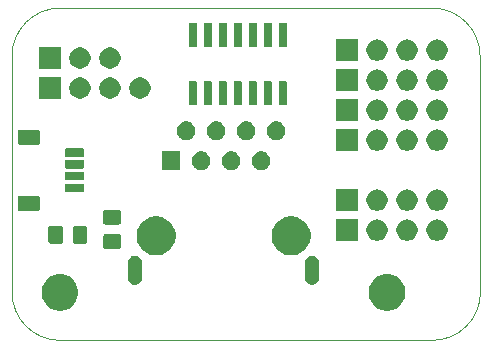
<source format=gbr>
G04 #@! TF.GenerationSoftware,KiCad,Pcbnew,(5.1.5)-3*
G04 #@! TF.CreationDate,2021-03-16T03:35:26-05:00*
G04 #@! TF.ProjectId,InputBoard,496e7075-7442-46f6-9172-642e6b696361,rev?*
G04 #@! TF.SameCoordinates,Original*
G04 #@! TF.FileFunction,Soldermask,Top*
G04 #@! TF.FilePolarity,Negative*
%FSLAX46Y46*%
G04 Gerber Fmt 4.6, Leading zero omitted, Abs format (unit mm)*
G04 Created by KiCad (PCBNEW (5.1.5)-3) date 2021-03-16 03:35:26*
%MOMM*%
%LPD*%
G04 APERTURE LIST*
%ADD10C,0.050000*%
%ADD11C,0.100000*%
G04 APERTURE END LIST*
D10*
X132588000Y-110680500D02*
X132588000Y-90678000D01*
X136652000Y-114744500D02*
G75*
G02X132588000Y-110680500I0J4064000D01*
G01*
X168153080Y-114744500D02*
X136652000Y-114744500D01*
X172217080Y-90678000D02*
X172250164Y-110670340D01*
X172250164Y-110670340D02*
G75*
G02X168153080Y-114744500I-4074224J0D01*
G01*
X168153080Y-86614000D02*
X136652000Y-86614000D01*
X132588000Y-90678000D02*
G75*
G02X136652000Y-86614000I4064000J0D01*
G01*
X168153080Y-86614000D02*
G75*
G02X172217080Y-90678000I0J-4064000D01*
G01*
D11*
G36*
X164640585Y-109156802D02*
G01*
X164790410Y-109186604D01*
X165072674Y-109303521D01*
X165326705Y-109473259D01*
X165542741Y-109689295D01*
X165712479Y-109943326D01*
X165829396Y-110225590D01*
X165889000Y-110525240D01*
X165889000Y-110830760D01*
X165829396Y-111130410D01*
X165712479Y-111412674D01*
X165542741Y-111666705D01*
X165326705Y-111882741D01*
X165072674Y-112052479D01*
X164790410Y-112169396D01*
X164640585Y-112199198D01*
X164490761Y-112229000D01*
X164185239Y-112229000D01*
X164035415Y-112199198D01*
X163885590Y-112169396D01*
X163603326Y-112052479D01*
X163349295Y-111882741D01*
X163133259Y-111666705D01*
X162963521Y-111412674D01*
X162846604Y-111130410D01*
X162787000Y-110830760D01*
X162787000Y-110525240D01*
X162846604Y-110225590D01*
X162963521Y-109943326D01*
X163133259Y-109689295D01*
X163349295Y-109473259D01*
X163603326Y-109303521D01*
X163885590Y-109186604D01*
X164035415Y-109156802D01*
X164185239Y-109127000D01*
X164490761Y-109127000D01*
X164640585Y-109156802D01*
G37*
G36*
X136940585Y-109156802D02*
G01*
X137090410Y-109186604D01*
X137372674Y-109303521D01*
X137626705Y-109473259D01*
X137842741Y-109689295D01*
X138012479Y-109943326D01*
X138129396Y-110225590D01*
X138189000Y-110525240D01*
X138189000Y-110830760D01*
X138129396Y-111130410D01*
X138012479Y-111412674D01*
X137842741Y-111666705D01*
X137626705Y-111882741D01*
X137372674Y-112052479D01*
X137090410Y-112169396D01*
X136940585Y-112199198D01*
X136790761Y-112229000D01*
X136485239Y-112229000D01*
X136335415Y-112199198D01*
X136185590Y-112169396D01*
X135903326Y-112052479D01*
X135649295Y-111882741D01*
X135433259Y-111666705D01*
X135263521Y-111412674D01*
X135146604Y-111130410D01*
X135087000Y-110830760D01*
X135087000Y-110525240D01*
X135146604Y-110225590D01*
X135263521Y-109943326D01*
X135433259Y-109689295D01*
X135649295Y-109473259D01*
X135903326Y-109303521D01*
X136185590Y-109186604D01*
X136335415Y-109156802D01*
X136485239Y-109127000D01*
X136790761Y-109127000D01*
X136940585Y-109156802D01*
G37*
G36*
X158109736Y-107573937D02*
G01*
X158226795Y-107609446D01*
X158276417Y-107635970D01*
X158334676Y-107667110D01*
X158429238Y-107744714D01*
X158506841Y-107839274D01*
X158537981Y-107897533D01*
X158564505Y-107947155D01*
X158600014Y-108064214D01*
X158609000Y-108155451D01*
X158609000Y-109438451D01*
X158600014Y-109529688D01*
X158564505Y-109646747D01*
X158564503Y-109646750D01*
X158506841Y-109754628D01*
X158429238Y-109849189D01*
X158334677Y-109926792D01*
X158303744Y-109943326D01*
X158226796Y-109984456D01*
X158109737Y-110019965D01*
X158028579Y-110027958D01*
X157988001Y-110031955D01*
X157988000Y-110031955D01*
X157866264Y-110019965D01*
X157749205Y-109984456D01*
X157672257Y-109943326D01*
X157641324Y-109926792D01*
X157546763Y-109849189D01*
X157469160Y-109754628D01*
X157411498Y-109646750D01*
X157411496Y-109646747D01*
X157375987Y-109529688D01*
X157367001Y-109438451D01*
X157367000Y-108155452D01*
X157375986Y-108064215D01*
X157411495Y-107947156D01*
X157469160Y-107839274D01*
X157469161Y-107839273D01*
X157546763Y-107744713D01*
X157641323Y-107667110D01*
X157699582Y-107635970D01*
X157749204Y-107609446D01*
X157866263Y-107573937D01*
X157947421Y-107565944D01*
X157987999Y-107561947D01*
X157988000Y-107561947D01*
X158109736Y-107573937D01*
G37*
G36*
X143111036Y-107573937D02*
G01*
X143228095Y-107609446D01*
X143277717Y-107635970D01*
X143335976Y-107667110D01*
X143430538Y-107744714D01*
X143508141Y-107839274D01*
X143539281Y-107897533D01*
X143565805Y-107947155D01*
X143601314Y-108064214D01*
X143610300Y-108155451D01*
X143610300Y-109438451D01*
X143601314Y-109529688D01*
X143565805Y-109646747D01*
X143565803Y-109646750D01*
X143508141Y-109754628D01*
X143430538Y-109849189D01*
X143335977Y-109926792D01*
X143305044Y-109943326D01*
X143228096Y-109984456D01*
X143111037Y-110019965D01*
X143029879Y-110027958D01*
X142989301Y-110031955D01*
X142989300Y-110031955D01*
X142867564Y-110019965D01*
X142750505Y-109984456D01*
X142673557Y-109943326D01*
X142642624Y-109926792D01*
X142548063Y-109849189D01*
X142470460Y-109754628D01*
X142412798Y-109646750D01*
X142412796Y-109646747D01*
X142377287Y-109529688D01*
X142368301Y-109438451D01*
X142368300Y-108155452D01*
X142377286Y-108064215D01*
X142412795Y-107947156D01*
X142470460Y-107839274D01*
X142470461Y-107839273D01*
X142548063Y-107744713D01*
X142642623Y-107667110D01*
X142700882Y-107635970D01*
X142750504Y-107609446D01*
X142867563Y-107573937D01*
X142948721Y-107565944D01*
X142989299Y-107561947D01*
X142989300Y-107561947D01*
X143111036Y-107573937D01*
G37*
G36*
X156585256Y-104286299D02*
G01*
X156691579Y-104307448D01*
X156992042Y-104431904D01*
X157262451Y-104612586D01*
X157492415Y-104842550D01*
X157673097Y-105112959D01*
X157735725Y-105264155D01*
X157797553Y-105413423D01*
X157861000Y-105732390D01*
X157861000Y-106057612D01*
X157830995Y-106208456D01*
X157797553Y-106376580D01*
X157673097Y-106677043D01*
X157492415Y-106947452D01*
X157262451Y-107177416D01*
X156992042Y-107358098D01*
X156691579Y-107482554D01*
X156585256Y-107503703D01*
X156372611Y-107546001D01*
X156047389Y-107546001D01*
X155834744Y-107503703D01*
X155728421Y-107482554D01*
X155427958Y-107358098D01*
X155157549Y-107177416D01*
X154927585Y-106947452D01*
X154746903Y-106677043D01*
X154622447Y-106376580D01*
X154589005Y-106208456D01*
X154559000Y-106057612D01*
X154559000Y-105732390D01*
X154622447Y-105413423D01*
X154684276Y-105264155D01*
X154746903Y-105112959D01*
X154927585Y-104842550D01*
X155157549Y-104612586D01*
X155427958Y-104431904D01*
X155728421Y-104307448D01*
X155834744Y-104286299D01*
X156047389Y-104244001D01*
X156372611Y-104244001D01*
X156585256Y-104286299D01*
G37*
G36*
X145155256Y-104286299D02*
G01*
X145261579Y-104307448D01*
X145562042Y-104431904D01*
X145832451Y-104612586D01*
X146062415Y-104842550D01*
X146243097Y-105112959D01*
X146305725Y-105264155D01*
X146367553Y-105413423D01*
X146431000Y-105732390D01*
X146431000Y-106057612D01*
X146400995Y-106208456D01*
X146367553Y-106376580D01*
X146243097Y-106677043D01*
X146062415Y-106947452D01*
X145832451Y-107177416D01*
X145562042Y-107358098D01*
X145261579Y-107482554D01*
X145155256Y-107503703D01*
X144942611Y-107546001D01*
X144617389Y-107546001D01*
X144404744Y-107503703D01*
X144298421Y-107482554D01*
X143997958Y-107358098D01*
X143727549Y-107177416D01*
X143497585Y-106947452D01*
X143316903Y-106677043D01*
X143192447Y-106376580D01*
X143159005Y-106208456D01*
X143129000Y-106057612D01*
X143129000Y-105732390D01*
X143192447Y-105413423D01*
X143254276Y-105264155D01*
X143316903Y-105112959D01*
X143497585Y-104842550D01*
X143727549Y-104612586D01*
X143997958Y-104431904D01*
X144298421Y-104307448D01*
X144404744Y-104286299D01*
X144617389Y-104244001D01*
X144942611Y-104244001D01*
X145155256Y-104286299D01*
G37*
G36*
X141645034Y-105749965D02*
G01*
X141682727Y-105761399D01*
X141717463Y-105779966D01*
X141747908Y-105804952D01*
X141772894Y-105835397D01*
X141791461Y-105870133D01*
X141802895Y-105907826D01*
X141807360Y-105953161D01*
X141807360Y-106789839D01*
X141802895Y-106835174D01*
X141791461Y-106872867D01*
X141772894Y-106907603D01*
X141747908Y-106938048D01*
X141717463Y-106963034D01*
X141682727Y-106981601D01*
X141645034Y-106993035D01*
X141599699Y-106997500D01*
X140513021Y-106997500D01*
X140467686Y-106993035D01*
X140429993Y-106981601D01*
X140395257Y-106963034D01*
X140364812Y-106938048D01*
X140339826Y-106907603D01*
X140321259Y-106872867D01*
X140309825Y-106835174D01*
X140305360Y-106789839D01*
X140305360Y-105953161D01*
X140309825Y-105907826D01*
X140321259Y-105870133D01*
X140339826Y-105835397D01*
X140364812Y-105804952D01*
X140395257Y-105779966D01*
X140429993Y-105761399D01*
X140467686Y-105749965D01*
X140513021Y-105745500D01*
X141599699Y-105745500D01*
X141645034Y-105749965D01*
G37*
G36*
X136748534Y-105049545D02*
G01*
X136786227Y-105060979D01*
X136820963Y-105079546D01*
X136851408Y-105104532D01*
X136876394Y-105134977D01*
X136894961Y-105169713D01*
X136906395Y-105207406D01*
X136910860Y-105252741D01*
X136910860Y-106339419D01*
X136906395Y-106384754D01*
X136894961Y-106422447D01*
X136876394Y-106457183D01*
X136851408Y-106487628D01*
X136820963Y-106512614D01*
X136786227Y-106531181D01*
X136748534Y-106542615D01*
X136703199Y-106547080D01*
X135866521Y-106547080D01*
X135821186Y-106542615D01*
X135783493Y-106531181D01*
X135748757Y-106512614D01*
X135718312Y-106487628D01*
X135693326Y-106457183D01*
X135674759Y-106422447D01*
X135663325Y-106384754D01*
X135658860Y-106339419D01*
X135658860Y-105252741D01*
X135663325Y-105207406D01*
X135674759Y-105169713D01*
X135693326Y-105134977D01*
X135718312Y-105104532D01*
X135748757Y-105079546D01*
X135783493Y-105060979D01*
X135821186Y-105049545D01*
X135866521Y-105045080D01*
X136703199Y-105045080D01*
X136748534Y-105049545D01*
G37*
G36*
X138798534Y-105049545D02*
G01*
X138836227Y-105060979D01*
X138870963Y-105079546D01*
X138901408Y-105104532D01*
X138926394Y-105134977D01*
X138944961Y-105169713D01*
X138956395Y-105207406D01*
X138960860Y-105252741D01*
X138960860Y-106339419D01*
X138956395Y-106384754D01*
X138944961Y-106422447D01*
X138926394Y-106457183D01*
X138901408Y-106487628D01*
X138870963Y-106512614D01*
X138836227Y-106531181D01*
X138798534Y-106542615D01*
X138753199Y-106547080D01*
X137916521Y-106547080D01*
X137871186Y-106542615D01*
X137833493Y-106531181D01*
X137798757Y-106512614D01*
X137768312Y-106487628D01*
X137743326Y-106457183D01*
X137724759Y-106422447D01*
X137713325Y-106384754D01*
X137708860Y-106339419D01*
X137708860Y-105252741D01*
X137713325Y-105207406D01*
X137724759Y-105169713D01*
X137743326Y-105134977D01*
X137768312Y-105104532D01*
X137798757Y-105079546D01*
X137833493Y-105060979D01*
X137871186Y-105049545D01*
X137916521Y-105045080D01*
X138753199Y-105045080D01*
X138798534Y-105049545D01*
G37*
G36*
X163603152Y-104513927D02*
G01*
X163752452Y-104543624D01*
X163916424Y-104611544D01*
X164063994Y-104710147D01*
X164189493Y-104835646D01*
X164288096Y-104983216D01*
X164356016Y-105147188D01*
X164390640Y-105321259D01*
X164390640Y-105498741D01*
X164356016Y-105672812D01*
X164288096Y-105836784D01*
X164189493Y-105984354D01*
X164063994Y-106109853D01*
X163916424Y-106208456D01*
X163752452Y-106276376D01*
X163603152Y-106306073D01*
X163578382Y-106311000D01*
X163400898Y-106311000D01*
X163376128Y-106306073D01*
X163226828Y-106276376D01*
X163062856Y-106208456D01*
X162915286Y-106109853D01*
X162789787Y-105984354D01*
X162691184Y-105836784D01*
X162623264Y-105672812D01*
X162588640Y-105498741D01*
X162588640Y-105321259D01*
X162623264Y-105147188D01*
X162691184Y-104983216D01*
X162789787Y-104835646D01*
X162915286Y-104710147D01*
X163062856Y-104611544D01*
X163226828Y-104543624D01*
X163376128Y-104513927D01*
X163400898Y-104509000D01*
X163578382Y-104509000D01*
X163603152Y-104513927D01*
G37*
G36*
X161850640Y-106311000D02*
G01*
X160048640Y-106311000D01*
X160048640Y-104509000D01*
X161850640Y-104509000D01*
X161850640Y-106311000D01*
G37*
G36*
X166143152Y-104513927D02*
G01*
X166292452Y-104543624D01*
X166456424Y-104611544D01*
X166603994Y-104710147D01*
X166729493Y-104835646D01*
X166828096Y-104983216D01*
X166896016Y-105147188D01*
X166930640Y-105321259D01*
X166930640Y-105498741D01*
X166896016Y-105672812D01*
X166828096Y-105836784D01*
X166729493Y-105984354D01*
X166603994Y-106109853D01*
X166456424Y-106208456D01*
X166292452Y-106276376D01*
X166143152Y-106306073D01*
X166118382Y-106311000D01*
X165940898Y-106311000D01*
X165916128Y-106306073D01*
X165766828Y-106276376D01*
X165602856Y-106208456D01*
X165455286Y-106109853D01*
X165329787Y-105984354D01*
X165231184Y-105836784D01*
X165163264Y-105672812D01*
X165128640Y-105498741D01*
X165128640Y-105321259D01*
X165163264Y-105147188D01*
X165231184Y-104983216D01*
X165329787Y-104835646D01*
X165455286Y-104710147D01*
X165602856Y-104611544D01*
X165766828Y-104543624D01*
X165916128Y-104513927D01*
X165940898Y-104509000D01*
X166118382Y-104509000D01*
X166143152Y-104513927D01*
G37*
G36*
X168683152Y-104513927D02*
G01*
X168832452Y-104543624D01*
X168996424Y-104611544D01*
X169143994Y-104710147D01*
X169269493Y-104835646D01*
X169368096Y-104983216D01*
X169436016Y-105147188D01*
X169470640Y-105321259D01*
X169470640Y-105498741D01*
X169436016Y-105672812D01*
X169368096Y-105836784D01*
X169269493Y-105984354D01*
X169143994Y-106109853D01*
X168996424Y-106208456D01*
X168832452Y-106276376D01*
X168683152Y-106306073D01*
X168658382Y-106311000D01*
X168480898Y-106311000D01*
X168456128Y-106306073D01*
X168306828Y-106276376D01*
X168142856Y-106208456D01*
X167995286Y-106109853D01*
X167869787Y-105984354D01*
X167771184Y-105836784D01*
X167703264Y-105672812D01*
X167668640Y-105498741D01*
X167668640Y-105321259D01*
X167703264Y-105147188D01*
X167771184Y-104983216D01*
X167869787Y-104835646D01*
X167995286Y-104710147D01*
X168142856Y-104611544D01*
X168306828Y-104543624D01*
X168456128Y-104513927D01*
X168480898Y-104509000D01*
X168658382Y-104509000D01*
X168683152Y-104513927D01*
G37*
G36*
X141645034Y-103699965D02*
G01*
X141682727Y-103711399D01*
X141717463Y-103729966D01*
X141747908Y-103754952D01*
X141772894Y-103785397D01*
X141791461Y-103820133D01*
X141802895Y-103857826D01*
X141807360Y-103903161D01*
X141807360Y-104739839D01*
X141802895Y-104785174D01*
X141791461Y-104822867D01*
X141772894Y-104857603D01*
X141747908Y-104888048D01*
X141717463Y-104913034D01*
X141682727Y-104931601D01*
X141645034Y-104943035D01*
X141599699Y-104947500D01*
X140513021Y-104947500D01*
X140467686Y-104943035D01*
X140429993Y-104931601D01*
X140395257Y-104913034D01*
X140364812Y-104888048D01*
X140339826Y-104857603D01*
X140321259Y-104822867D01*
X140309825Y-104785174D01*
X140305360Y-104739839D01*
X140305360Y-103903161D01*
X140309825Y-103857826D01*
X140321259Y-103820133D01*
X140339826Y-103785397D01*
X140364812Y-103754952D01*
X140395257Y-103729966D01*
X140429993Y-103711399D01*
X140467686Y-103699965D01*
X140513021Y-103695500D01*
X141599699Y-103695500D01*
X141645034Y-103699965D01*
G37*
G36*
X134798622Y-102496104D02*
G01*
X134835717Y-102507357D01*
X134869895Y-102525625D01*
X134899861Y-102550219D01*
X134924455Y-102580185D01*
X134942723Y-102614363D01*
X134953976Y-102651458D01*
X134958380Y-102696174D01*
X134958380Y-103589226D01*
X134953976Y-103633942D01*
X134942723Y-103671037D01*
X134924455Y-103705215D01*
X134899861Y-103735181D01*
X134869895Y-103759775D01*
X134835717Y-103778043D01*
X134798622Y-103789296D01*
X134753906Y-103793700D01*
X133260854Y-103793700D01*
X133216138Y-103789296D01*
X133179043Y-103778043D01*
X133144865Y-103759775D01*
X133114899Y-103735181D01*
X133090305Y-103705215D01*
X133072037Y-103671037D01*
X133060784Y-103633942D01*
X133056380Y-103589226D01*
X133056380Y-102696174D01*
X133060784Y-102651458D01*
X133072037Y-102614363D01*
X133090305Y-102580185D01*
X133114899Y-102550219D01*
X133144865Y-102525625D01*
X133179043Y-102507357D01*
X133216138Y-102496104D01*
X133260854Y-102491700D01*
X134753906Y-102491700D01*
X134798622Y-102496104D01*
G37*
G36*
X161850640Y-103771000D02*
G01*
X160048640Y-103771000D01*
X160048640Y-101969000D01*
X161850640Y-101969000D01*
X161850640Y-103771000D01*
G37*
G36*
X163603152Y-101973927D02*
G01*
X163752452Y-102003624D01*
X163916424Y-102071544D01*
X164063994Y-102170147D01*
X164189493Y-102295646D01*
X164288096Y-102443216D01*
X164356016Y-102607188D01*
X164390640Y-102781259D01*
X164390640Y-102958741D01*
X164356016Y-103132812D01*
X164288096Y-103296784D01*
X164189493Y-103444354D01*
X164063994Y-103569853D01*
X163916424Y-103668456D01*
X163752452Y-103736376D01*
X163603152Y-103766073D01*
X163578382Y-103771000D01*
X163400898Y-103771000D01*
X163376128Y-103766073D01*
X163226828Y-103736376D01*
X163062856Y-103668456D01*
X162915286Y-103569853D01*
X162789787Y-103444354D01*
X162691184Y-103296784D01*
X162623264Y-103132812D01*
X162588640Y-102958741D01*
X162588640Y-102781259D01*
X162623264Y-102607188D01*
X162691184Y-102443216D01*
X162789787Y-102295646D01*
X162915286Y-102170147D01*
X163062856Y-102071544D01*
X163226828Y-102003624D01*
X163376128Y-101973927D01*
X163400898Y-101969000D01*
X163578382Y-101969000D01*
X163603152Y-101973927D01*
G37*
G36*
X168683152Y-101973927D02*
G01*
X168832452Y-102003624D01*
X168996424Y-102071544D01*
X169143994Y-102170147D01*
X169269493Y-102295646D01*
X169368096Y-102443216D01*
X169436016Y-102607188D01*
X169470640Y-102781259D01*
X169470640Y-102958741D01*
X169436016Y-103132812D01*
X169368096Y-103296784D01*
X169269493Y-103444354D01*
X169143994Y-103569853D01*
X168996424Y-103668456D01*
X168832452Y-103736376D01*
X168683152Y-103766073D01*
X168658382Y-103771000D01*
X168480898Y-103771000D01*
X168456128Y-103766073D01*
X168306828Y-103736376D01*
X168142856Y-103668456D01*
X167995286Y-103569853D01*
X167869787Y-103444354D01*
X167771184Y-103296784D01*
X167703264Y-103132812D01*
X167668640Y-102958741D01*
X167668640Y-102781259D01*
X167703264Y-102607188D01*
X167771184Y-102443216D01*
X167869787Y-102295646D01*
X167995286Y-102170147D01*
X168142856Y-102071544D01*
X168306828Y-102003624D01*
X168456128Y-101973927D01*
X168480898Y-101969000D01*
X168658382Y-101969000D01*
X168683152Y-101973927D01*
G37*
G36*
X166143152Y-101973927D02*
G01*
X166292452Y-102003624D01*
X166456424Y-102071544D01*
X166603994Y-102170147D01*
X166729493Y-102295646D01*
X166828096Y-102443216D01*
X166896016Y-102607188D01*
X166930640Y-102781259D01*
X166930640Y-102958741D01*
X166896016Y-103132812D01*
X166828096Y-103296784D01*
X166729493Y-103444354D01*
X166603994Y-103569853D01*
X166456424Y-103668456D01*
X166292452Y-103736376D01*
X166143152Y-103766073D01*
X166118382Y-103771000D01*
X165940898Y-103771000D01*
X165916128Y-103766073D01*
X165766828Y-103736376D01*
X165602856Y-103668456D01*
X165455286Y-103569853D01*
X165329787Y-103444354D01*
X165231184Y-103296784D01*
X165163264Y-103132812D01*
X165128640Y-102958741D01*
X165128640Y-102781259D01*
X165163264Y-102607188D01*
X165231184Y-102443216D01*
X165329787Y-102295646D01*
X165455286Y-102170147D01*
X165602856Y-102071544D01*
X165766828Y-102003624D01*
X165916128Y-101973927D01*
X165940898Y-101969000D01*
X166118382Y-101969000D01*
X166143152Y-101973927D01*
G37*
G36*
X138617308Y-101494464D02*
G01*
X138638389Y-101500860D01*
X138657825Y-101511248D01*
X138674856Y-101525224D01*
X138688832Y-101542255D01*
X138699220Y-101561691D01*
X138705616Y-101582772D01*
X138708380Y-101610840D01*
X138708380Y-102074560D01*
X138705616Y-102102628D01*
X138699220Y-102123709D01*
X138688832Y-102143145D01*
X138674856Y-102160176D01*
X138657825Y-102174152D01*
X138638389Y-102184540D01*
X138617308Y-102190936D01*
X138589240Y-102193700D01*
X137175520Y-102193700D01*
X137147452Y-102190936D01*
X137126371Y-102184540D01*
X137106935Y-102174152D01*
X137089904Y-102160176D01*
X137075928Y-102143145D01*
X137065540Y-102123709D01*
X137059144Y-102102628D01*
X137056380Y-102074560D01*
X137056380Y-101610840D01*
X137059144Y-101582772D01*
X137065540Y-101561691D01*
X137075928Y-101542255D01*
X137089904Y-101525224D01*
X137106935Y-101511248D01*
X137126371Y-101500860D01*
X137147452Y-101494464D01*
X137175520Y-101491700D01*
X138589240Y-101491700D01*
X138617308Y-101494464D01*
G37*
G36*
X138617308Y-100494464D02*
G01*
X138638389Y-100500860D01*
X138657825Y-100511248D01*
X138674856Y-100525224D01*
X138688832Y-100542255D01*
X138699220Y-100561691D01*
X138705616Y-100582772D01*
X138708380Y-100610840D01*
X138708380Y-101074560D01*
X138705616Y-101102628D01*
X138699220Y-101123709D01*
X138688832Y-101143145D01*
X138674856Y-101160176D01*
X138657825Y-101174152D01*
X138638389Y-101184540D01*
X138617308Y-101190936D01*
X138589240Y-101193700D01*
X137175520Y-101193700D01*
X137147452Y-101190936D01*
X137126371Y-101184540D01*
X137106935Y-101174152D01*
X137089904Y-101160176D01*
X137075928Y-101143145D01*
X137065540Y-101123709D01*
X137059144Y-101102628D01*
X137056380Y-101074560D01*
X137056380Y-100610840D01*
X137059144Y-100582772D01*
X137065540Y-100561691D01*
X137075928Y-100542255D01*
X137089904Y-100525224D01*
X137106935Y-100511248D01*
X137126371Y-100500860D01*
X137147452Y-100494464D01*
X137175520Y-100491700D01*
X138589240Y-100491700D01*
X138617308Y-100494464D01*
G37*
G36*
X148823642Y-98774782D02*
G01*
X148969414Y-98835163D01*
X148969416Y-98835164D01*
X149100608Y-98922823D01*
X149212178Y-99034393D01*
X149284843Y-99143145D01*
X149299838Y-99165587D01*
X149360219Y-99311359D01*
X149391000Y-99466108D01*
X149391000Y-99623894D01*
X149360219Y-99778643D01*
X149299838Y-99924415D01*
X149299837Y-99924417D01*
X149212178Y-100055609D01*
X149100608Y-100167179D01*
X148969416Y-100254838D01*
X148969415Y-100254839D01*
X148969414Y-100254839D01*
X148823642Y-100315220D01*
X148668893Y-100346001D01*
X148511107Y-100346001D01*
X148356358Y-100315220D01*
X148210586Y-100254839D01*
X148210585Y-100254839D01*
X148210584Y-100254838D01*
X148079392Y-100167179D01*
X147967822Y-100055609D01*
X147880163Y-99924417D01*
X147880162Y-99924415D01*
X147819781Y-99778643D01*
X147789000Y-99623894D01*
X147789000Y-99466108D01*
X147819781Y-99311359D01*
X147880162Y-99165587D01*
X147895157Y-99143145D01*
X147967822Y-99034393D01*
X148079392Y-98922823D01*
X148210584Y-98835164D01*
X148210586Y-98835163D01*
X148356358Y-98774782D01*
X148511107Y-98744001D01*
X148668893Y-98744001D01*
X148823642Y-98774782D01*
G37*
G36*
X151363642Y-98774782D02*
G01*
X151509414Y-98835163D01*
X151509416Y-98835164D01*
X151640608Y-98922823D01*
X151752178Y-99034393D01*
X151824843Y-99143145D01*
X151839838Y-99165587D01*
X151900219Y-99311359D01*
X151931000Y-99466108D01*
X151931000Y-99623894D01*
X151900219Y-99778643D01*
X151839838Y-99924415D01*
X151839837Y-99924417D01*
X151752178Y-100055609D01*
X151640608Y-100167179D01*
X151509416Y-100254838D01*
X151509415Y-100254839D01*
X151509414Y-100254839D01*
X151363642Y-100315220D01*
X151208893Y-100346001D01*
X151051107Y-100346001D01*
X150896358Y-100315220D01*
X150750586Y-100254839D01*
X150750585Y-100254839D01*
X150750584Y-100254838D01*
X150619392Y-100167179D01*
X150507822Y-100055609D01*
X150420163Y-99924417D01*
X150420162Y-99924415D01*
X150359781Y-99778643D01*
X150329000Y-99623894D01*
X150329000Y-99466108D01*
X150359781Y-99311359D01*
X150420162Y-99165587D01*
X150435157Y-99143145D01*
X150507822Y-99034393D01*
X150619392Y-98922823D01*
X150750584Y-98835164D01*
X150750586Y-98835163D01*
X150896358Y-98774782D01*
X151051107Y-98744001D01*
X151208893Y-98744001D01*
X151363642Y-98774782D01*
G37*
G36*
X153903642Y-98774782D02*
G01*
X154049414Y-98835163D01*
X154049416Y-98835164D01*
X154180608Y-98922823D01*
X154292178Y-99034393D01*
X154364843Y-99143145D01*
X154379838Y-99165587D01*
X154440219Y-99311359D01*
X154471000Y-99466108D01*
X154471000Y-99623894D01*
X154440219Y-99778643D01*
X154379838Y-99924415D01*
X154379837Y-99924417D01*
X154292178Y-100055609D01*
X154180608Y-100167179D01*
X154049416Y-100254838D01*
X154049415Y-100254839D01*
X154049414Y-100254839D01*
X153903642Y-100315220D01*
X153748893Y-100346001D01*
X153591107Y-100346001D01*
X153436358Y-100315220D01*
X153290586Y-100254839D01*
X153290585Y-100254839D01*
X153290584Y-100254838D01*
X153159392Y-100167179D01*
X153047822Y-100055609D01*
X152960163Y-99924417D01*
X152960162Y-99924415D01*
X152899781Y-99778643D01*
X152869000Y-99623894D01*
X152869000Y-99466108D01*
X152899781Y-99311359D01*
X152960162Y-99165587D01*
X152975157Y-99143145D01*
X153047822Y-99034393D01*
X153159392Y-98922823D01*
X153290584Y-98835164D01*
X153290586Y-98835163D01*
X153436358Y-98774782D01*
X153591107Y-98744001D01*
X153748893Y-98744001D01*
X153903642Y-98774782D01*
G37*
G36*
X146851000Y-100346001D02*
G01*
X145249000Y-100346001D01*
X145249000Y-98744001D01*
X146851000Y-98744001D01*
X146851000Y-100346001D01*
G37*
G36*
X138617308Y-99494464D02*
G01*
X138638389Y-99500860D01*
X138657825Y-99511248D01*
X138674856Y-99525224D01*
X138688832Y-99542255D01*
X138699220Y-99561691D01*
X138705616Y-99582772D01*
X138708380Y-99610840D01*
X138708380Y-100074560D01*
X138705616Y-100102628D01*
X138699220Y-100123709D01*
X138688832Y-100143145D01*
X138674856Y-100160176D01*
X138657825Y-100174152D01*
X138638389Y-100184540D01*
X138617308Y-100190936D01*
X138589240Y-100193700D01*
X137175520Y-100193700D01*
X137147452Y-100190936D01*
X137126371Y-100184540D01*
X137106935Y-100174152D01*
X137089904Y-100160176D01*
X137075928Y-100143145D01*
X137065540Y-100123709D01*
X137059144Y-100102628D01*
X137056380Y-100074560D01*
X137056380Y-99610840D01*
X137059144Y-99582772D01*
X137065540Y-99561691D01*
X137075928Y-99542255D01*
X137089904Y-99525224D01*
X137106935Y-99511248D01*
X137126371Y-99500860D01*
X137147452Y-99494464D01*
X137175520Y-99491700D01*
X138589240Y-99491700D01*
X138617308Y-99494464D01*
G37*
G36*
X138617308Y-98494464D02*
G01*
X138638389Y-98500860D01*
X138657825Y-98511248D01*
X138674856Y-98525224D01*
X138688832Y-98542255D01*
X138699220Y-98561691D01*
X138705616Y-98582772D01*
X138708380Y-98610840D01*
X138708380Y-99074560D01*
X138705616Y-99102628D01*
X138699220Y-99123709D01*
X138688832Y-99143145D01*
X138674856Y-99160176D01*
X138657825Y-99174152D01*
X138638389Y-99184540D01*
X138617308Y-99190936D01*
X138589240Y-99193700D01*
X137175520Y-99193700D01*
X137147452Y-99190936D01*
X137126371Y-99184540D01*
X137106935Y-99174152D01*
X137089904Y-99160176D01*
X137075928Y-99143145D01*
X137065540Y-99123709D01*
X137059144Y-99102628D01*
X137056380Y-99074560D01*
X137056380Y-98610840D01*
X137059144Y-98582772D01*
X137065540Y-98561691D01*
X137075928Y-98542255D01*
X137089904Y-98525224D01*
X137106935Y-98511248D01*
X137126371Y-98500860D01*
X137147452Y-98494464D01*
X137175520Y-98491700D01*
X138589240Y-98491700D01*
X138617308Y-98494464D01*
G37*
G36*
X166143152Y-96893927D02*
G01*
X166292452Y-96923624D01*
X166456424Y-96991544D01*
X166603994Y-97090147D01*
X166729493Y-97215646D01*
X166828096Y-97363216D01*
X166896016Y-97527188D01*
X166930640Y-97701259D01*
X166930640Y-97878741D01*
X166896016Y-98052812D01*
X166828096Y-98216784D01*
X166729493Y-98364354D01*
X166603994Y-98489853D01*
X166456424Y-98588456D01*
X166292452Y-98656376D01*
X166143152Y-98686073D01*
X166118382Y-98691000D01*
X165940898Y-98691000D01*
X165916128Y-98686073D01*
X165766828Y-98656376D01*
X165602856Y-98588456D01*
X165455286Y-98489853D01*
X165329787Y-98364354D01*
X165231184Y-98216784D01*
X165163264Y-98052812D01*
X165128640Y-97878741D01*
X165128640Y-97701259D01*
X165163264Y-97527188D01*
X165231184Y-97363216D01*
X165329787Y-97215646D01*
X165455286Y-97090147D01*
X165602856Y-96991544D01*
X165766828Y-96923624D01*
X165916128Y-96893927D01*
X165940898Y-96889000D01*
X166118382Y-96889000D01*
X166143152Y-96893927D01*
G37*
G36*
X163603152Y-96893927D02*
G01*
X163752452Y-96923624D01*
X163916424Y-96991544D01*
X164063994Y-97090147D01*
X164189493Y-97215646D01*
X164288096Y-97363216D01*
X164356016Y-97527188D01*
X164390640Y-97701259D01*
X164390640Y-97878741D01*
X164356016Y-98052812D01*
X164288096Y-98216784D01*
X164189493Y-98364354D01*
X164063994Y-98489853D01*
X163916424Y-98588456D01*
X163752452Y-98656376D01*
X163603152Y-98686073D01*
X163578382Y-98691000D01*
X163400898Y-98691000D01*
X163376128Y-98686073D01*
X163226828Y-98656376D01*
X163062856Y-98588456D01*
X162915286Y-98489853D01*
X162789787Y-98364354D01*
X162691184Y-98216784D01*
X162623264Y-98052812D01*
X162588640Y-97878741D01*
X162588640Y-97701259D01*
X162623264Y-97527188D01*
X162691184Y-97363216D01*
X162789787Y-97215646D01*
X162915286Y-97090147D01*
X163062856Y-96991544D01*
X163226828Y-96923624D01*
X163376128Y-96893927D01*
X163400898Y-96889000D01*
X163578382Y-96889000D01*
X163603152Y-96893927D01*
G37*
G36*
X161850640Y-98691000D02*
G01*
X160048640Y-98691000D01*
X160048640Y-96889000D01*
X161850640Y-96889000D01*
X161850640Y-98691000D01*
G37*
G36*
X168683152Y-96893927D02*
G01*
X168832452Y-96923624D01*
X168996424Y-96991544D01*
X169143994Y-97090147D01*
X169269493Y-97215646D01*
X169368096Y-97363216D01*
X169436016Y-97527188D01*
X169470640Y-97701259D01*
X169470640Y-97878741D01*
X169436016Y-98052812D01*
X169368096Y-98216784D01*
X169269493Y-98364354D01*
X169143994Y-98489853D01*
X168996424Y-98588456D01*
X168832452Y-98656376D01*
X168683152Y-98686073D01*
X168658382Y-98691000D01*
X168480898Y-98691000D01*
X168456128Y-98686073D01*
X168306828Y-98656376D01*
X168142856Y-98588456D01*
X167995286Y-98489853D01*
X167869787Y-98364354D01*
X167771184Y-98216784D01*
X167703264Y-98052812D01*
X167668640Y-97878741D01*
X167668640Y-97701259D01*
X167703264Y-97527188D01*
X167771184Y-97363216D01*
X167869787Y-97215646D01*
X167995286Y-97090147D01*
X168142856Y-96991544D01*
X168306828Y-96923624D01*
X168456128Y-96893927D01*
X168480898Y-96889000D01*
X168658382Y-96889000D01*
X168683152Y-96893927D01*
G37*
G36*
X134798622Y-96896104D02*
G01*
X134835717Y-96907357D01*
X134869895Y-96925625D01*
X134899861Y-96950219D01*
X134924455Y-96980185D01*
X134942723Y-97014363D01*
X134953976Y-97051458D01*
X134958380Y-97096174D01*
X134958380Y-97989226D01*
X134953976Y-98033942D01*
X134942723Y-98071037D01*
X134924455Y-98105215D01*
X134899861Y-98135181D01*
X134869895Y-98159775D01*
X134835717Y-98178043D01*
X134798622Y-98189296D01*
X134753906Y-98193700D01*
X133260854Y-98193700D01*
X133216138Y-98189296D01*
X133179043Y-98178043D01*
X133144865Y-98159775D01*
X133114899Y-98135181D01*
X133090305Y-98105215D01*
X133072037Y-98071037D01*
X133060784Y-98033942D01*
X133056380Y-97989226D01*
X133056380Y-97096174D01*
X133060784Y-97051458D01*
X133072037Y-97014363D01*
X133090305Y-96980185D01*
X133114899Y-96950219D01*
X133144865Y-96925625D01*
X133179043Y-96907357D01*
X133216138Y-96896104D01*
X133260854Y-96891700D01*
X134753906Y-96891700D01*
X134798622Y-96896104D01*
G37*
G36*
X155173642Y-96234782D02*
G01*
X155319414Y-96295163D01*
X155319416Y-96295164D01*
X155450608Y-96382823D01*
X155562178Y-96494393D01*
X155649837Y-96625585D01*
X155649838Y-96625587D01*
X155710219Y-96771359D01*
X155741000Y-96926108D01*
X155741000Y-97083894D01*
X155710219Y-97238643D01*
X155658619Y-97363216D01*
X155649837Y-97384417D01*
X155562178Y-97515609D01*
X155450608Y-97627179D01*
X155319416Y-97714838D01*
X155319415Y-97714839D01*
X155319414Y-97714839D01*
X155173642Y-97775220D01*
X155018893Y-97806001D01*
X154861107Y-97806001D01*
X154706358Y-97775220D01*
X154560586Y-97714839D01*
X154560585Y-97714839D01*
X154560584Y-97714838D01*
X154429392Y-97627179D01*
X154317822Y-97515609D01*
X154230163Y-97384417D01*
X154221381Y-97363216D01*
X154169781Y-97238643D01*
X154139000Y-97083894D01*
X154139000Y-96926108D01*
X154169781Y-96771359D01*
X154230162Y-96625587D01*
X154230163Y-96625585D01*
X154317822Y-96494393D01*
X154429392Y-96382823D01*
X154560584Y-96295164D01*
X154560586Y-96295163D01*
X154706358Y-96234782D01*
X154861107Y-96204001D01*
X155018893Y-96204001D01*
X155173642Y-96234782D01*
G37*
G36*
X150093642Y-96234782D02*
G01*
X150239414Y-96295163D01*
X150239416Y-96295164D01*
X150370608Y-96382823D01*
X150482178Y-96494393D01*
X150569837Y-96625585D01*
X150569838Y-96625587D01*
X150630219Y-96771359D01*
X150661000Y-96926108D01*
X150661000Y-97083894D01*
X150630219Y-97238643D01*
X150578619Y-97363216D01*
X150569837Y-97384417D01*
X150482178Y-97515609D01*
X150370608Y-97627179D01*
X150239416Y-97714838D01*
X150239415Y-97714839D01*
X150239414Y-97714839D01*
X150093642Y-97775220D01*
X149938893Y-97806001D01*
X149781107Y-97806001D01*
X149626358Y-97775220D01*
X149480586Y-97714839D01*
X149480585Y-97714839D01*
X149480584Y-97714838D01*
X149349392Y-97627179D01*
X149237822Y-97515609D01*
X149150163Y-97384417D01*
X149141381Y-97363216D01*
X149089781Y-97238643D01*
X149059000Y-97083894D01*
X149059000Y-96926108D01*
X149089781Y-96771359D01*
X149150162Y-96625587D01*
X149150163Y-96625585D01*
X149237822Y-96494393D01*
X149349392Y-96382823D01*
X149480584Y-96295164D01*
X149480586Y-96295163D01*
X149626358Y-96234782D01*
X149781107Y-96204001D01*
X149938893Y-96204001D01*
X150093642Y-96234782D01*
G37*
G36*
X152633642Y-96234782D02*
G01*
X152779414Y-96295163D01*
X152779416Y-96295164D01*
X152910608Y-96382823D01*
X153022178Y-96494393D01*
X153109837Y-96625585D01*
X153109838Y-96625587D01*
X153170219Y-96771359D01*
X153201000Y-96926108D01*
X153201000Y-97083894D01*
X153170219Y-97238643D01*
X153118619Y-97363216D01*
X153109837Y-97384417D01*
X153022178Y-97515609D01*
X152910608Y-97627179D01*
X152779416Y-97714838D01*
X152779415Y-97714839D01*
X152779414Y-97714839D01*
X152633642Y-97775220D01*
X152478893Y-97806001D01*
X152321107Y-97806001D01*
X152166358Y-97775220D01*
X152020586Y-97714839D01*
X152020585Y-97714839D01*
X152020584Y-97714838D01*
X151889392Y-97627179D01*
X151777822Y-97515609D01*
X151690163Y-97384417D01*
X151681381Y-97363216D01*
X151629781Y-97238643D01*
X151599000Y-97083894D01*
X151599000Y-96926108D01*
X151629781Y-96771359D01*
X151690162Y-96625587D01*
X151690163Y-96625585D01*
X151777822Y-96494393D01*
X151889392Y-96382823D01*
X152020584Y-96295164D01*
X152020586Y-96295163D01*
X152166358Y-96234782D01*
X152321107Y-96204001D01*
X152478893Y-96204001D01*
X152633642Y-96234782D01*
G37*
G36*
X147553642Y-96234782D02*
G01*
X147699414Y-96295163D01*
X147699416Y-96295164D01*
X147830608Y-96382823D01*
X147942178Y-96494393D01*
X148029837Y-96625585D01*
X148029838Y-96625587D01*
X148090219Y-96771359D01*
X148121000Y-96926108D01*
X148121000Y-97083894D01*
X148090219Y-97238643D01*
X148038619Y-97363216D01*
X148029837Y-97384417D01*
X147942178Y-97515609D01*
X147830608Y-97627179D01*
X147699416Y-97714838D01*
X147699415Y-97714839D01*
X147699414Y-97714839D01*
X147553642Y-97775220D01*
X147398893Y-97806001D01*
X147241107Y-97806001D01*
X147086358Y-97775220D01*
X146940586Y-97714839D01*
X146940585Y-97714839D01*
X146940584Y-97714838D01*
X146809392Y-97627179D01*
X146697822Y-97515609D01*
X146610163Y-97384417D01*
X146601381Y-97363216D01*
X146549781Y-97238643D01*
X146519000Y-97083894D01*
X146519000Y-96926108D01*
X146549781Y-96771359D01*
X146610162Y-96625587D01*
X146610163Y-96625585D01*
X146697822Y-96494393D01*
X146809392Y-96382823D01*
X146940584Y-96295164D01*
X146940586Y-96295163D01*
X147086358Y-96234782D01*
X147241107Y-96204001D01*
X147398893Y-96204001D01*
X147553642Y-96234782D01*
G37*
G36*
X168683152Y-94353927D02*
G01*
X168832452Y-94383624D01*
X168996424Y-94451544D01*
X169143994Y-94550147D01*
X169269493Y-94675646D01*
X169368096Y-94823216D01*
X169436016Y-94987188D01*
X169470640Y-95161259D01*
X169470640Y-95338741D01*
X169436016Y-95512812D01*
X169368096Y-95676784D01*
X169269493Y-95824354D01*
X169143994Y-95949853D01*
X168996424Y-96048456D01*
X168832452Y-96116376D01*
X168683152Y-96146073D01*
X168658382Y-96151000D01*
X168480898Y-96151000D01*
X168456128Y-96146073D01*
X168306828Y-96116376D01*
X168142856Y-96048456D01*
X167995286Y-95949853D01*
X167869787Y-95824354D01*
X167771184Y-95676784D01*
X167703264Y-95512812D01*
X167668640Y-95338741D01*
X167668640Y-95161259D01*
X167703264Y-94987188D01*
X167771184Y-94823216D01*
X167869787Y-94675646D01*
X167995286Y-94550147D01*
X168142856Y-94451544D01*
X168306828Y-94383624D01*
X168456128Y-94353927D01*
X168480898Y-94349000D01*
X168658382Y-94349000D01*
X168683152Y-94353927D01*
G37*
G36*
X166143152Y-94353927D02*
G01*
X166292452Y-94383624D01*
X166456424Y-94451544D01*
X166603994Y-94550147D01*
X166729493Y-94675646D01*
X166828096Y-94823216D01*
X166896016Y-94987188D01*
X166930640Y-95161259D01*
X166930640Y-95338741D01*
X166896016Y-95512812D01*
X166828096Y-95676784D01*
X166729493Y-95824354D01*
X166603994Y-95949853D01*
X166456424Y-96048456D01*
X166292452Y-96116376D01*
X166143152Y-96146073D01*
X166118382Y-96151000D01*
X165940898Y-96151000D01*
X165916128Y-96146073D01*
X165766828Y-96116376D01*
X165602856Y-96048456D01*
X165455286Y-95949853D01*
X165329787Y-95824354D01*
X165231184Y-95676784D01*
X165163264Y-95512812D01*
X165128640Y-95338741D01*
X165128640Y-95161259D01*
X165163264Y-94987188D01*
X165231184Y-94823216D01*
X165329787Y-94675646D01*
X165455286Y-94550147D01*
X165602856Y-94451544D01*
X165766828Y-94383624D01*
X165916128Y-94353927D01*
X165940898Y-94349000D01*
X166118382Y-94349000D01*
X166143152Y-94353927D01*
G37*
G36*
X163603152Y-94353927D02*
G01*
X163752452Y-94383624D01*
X163916424Y-94451544D01*
X164063994Y-94550147D01*
X164189493Y-94675646D01*
X164288096Y-94823216D01*
X164356016Y-94987188D01*
X164390640Y-95161259D01*
X164390640Y-95338741D01*
X164356016Y-95512812D01*
X164288096Y-95676784D01*
X164189493Y-95824354D01*
X164063994Y-95949853D01*
X163916424Y-96048456D01*
X163752452Y-96116376D01*
X163603152Y-96146073D01*
X163578382Y-96151000D01*
X163400898Y-96151000D01*
X163376128Y-96146073D01*
X163226828Y-96116376D01*
X163062856Y-96048456D01*
X162915286Y-95949853D01*
X162789787Y-95824354D01*
X162691184Y-95676784D01*
X162623264Y-95512812D01*
X162588640Y-95338741D01*
X162588640Y-95161259D01*
X162623264Y-94987188D01*
X162691184Y-94823216D01*
X162789787Y-94675646D01*
X162915286Y-94550147D01*
X163062856Y-94451544D01*
X163226828Y-94383624D01*
X163376128Y-94353927D01*
X163400898Y-94349000D01*
X163578382Y-94349000D01*
X163603152Y-94353927D01*
G37*
G36*
X161850640Y-96151000D02*
G01*
X160048640Y-96151000D01*
X160048640Y-94349000D01*
X161850640Y-94349000D01*
X161850640Y-96151000D01*
G37*
G36*
X153239048Y-92807944D02*
G01*
X153260129Y-92814340D01*
X153279565Y-92824728D01*
X153296596Y-92838704D01*
X153310572Y-92855735D01*
X153320960Y-92875171D01*
X153327356Y-92896252D01*
X153330120Y-92924320D01*
X153330120Y-94738040D01*
X153327356Y-94766108D01*
X153320960Y-94787189D01*
X153310572Y-94806625D01*
X153296596Y-94823656D01*
X153279565Y-94837632D01*
X153260129Y-94848020D01*
X153239048Y-94854416D01*
X153210980Y-94857180D01*
X152747260Y-94857180D01*
X152719192Y-94854416D01*
X152698111Y-94848020D01*
X152678675Y-94837632D01*
X152661644Y-94823656D01*
X152647668Y-94806625D01*
X152637280Y-94787189D01*
X152630884Y-94766108D01*
X152628120Y-94738040D01*
X152628120Y-92924320D01*
X152630884Y-92896252D01*
X152637280Y-92875171D01*
X152647668Y-92855735D01*
X152661644Y-92838704D01*
X152678675Y-92824728D01*
X152698111Y-92814340D01*
X152719192Y-92807944D01*
X152747260Y-92805180D01*
X153210980Y-92805180D01*
X153239048Y-92807944D01*
G37*
G36*
X150699048Y-92807944D02*
G01*
X150720129Y-92814340D01*
X150739565Y-92824728D01*
X150756596Y-92838704D01*
X150770572Y-92855735D01*
X150780960Y-92875171D01*
X150787356Y-92896252D01*
X150790120Y-92924320D01*
X150790120Y-94738040D01*
X150787356Y-94766108D01*
X150780960Y-94787189D01*
X150770572Y-94806625D01*
X150756596Y-94823656D01*
X150739565Y-94837632D01*
X150720129Y-94848020D01*
X150699048Y-94854416D01*
X150670980Y-94857180D01*
X150207260Y-94857180D01*
X150179192Y-94854416D01*
X150158111Y-94848020D01*
X150138675Y-94837632D01*
X150121644Y-94823656D01*
X150107668Y-94806625D01*
X150097280Y-94787189D01*
X150090884Y-94766108D01*
X150088120Y-94738040D01*
X150088120Y-92924320D01*
X150090884Y-92896252D01*
X150097280Y-92875171D01*
X150107668Y-92855735D01*
X150121644Y-92838704D01*
X150138675Y-92824728D01*
X150158111Y-92814340D01*
X150179192Y-92807944D01*
X150207260Y-92805180D01*
X150670980Y-92805180D01*
X150699048Y-92807944D01*
G37*
G36*
X151969048Y-92807944D02*
G01*
X151990129Y-92814340D01*
X152009565Y-92824728D01*
X152026596Y-92838704D01*
X152040572Y-92855735D01*
X152050960Y-92875171D01*
X152057356Y-92896252D01*
X152060120Y-92924320D01*
X152060120Y-94738040D01*
X152057356Y-94766108D01*
X152050960Y-94787189D01*
X152040572Y-94806625D01*
X152026596Y-94823656D01*
X152009565Y-94837632D01*
X151990129Y-94848020D01*
X151969048Y-94854416D01*
X151940980Y-94857180D01*
X151477260Y-94857180D01*
X151449192Y-94854416D01*
X151428111Y-94848020D01*
X151408675Y-94837632D01*
X151391644Y-94823656D01*
X151377668Y-94806625D01*
X151367280Y-94787189D01*
X151360884Y-94766108D01*
X151358120Y-94738040D01*
X151358120Y-92924320D01*
X151360884Y-92896252D01*
X151367280Y-92875171D01*
X151377668Y-92855735D01*
X151391644Y-92838704D01*
X151408675Y-92824728D01*
X151428111Y-92814340D01*
X151449192Y-92807944D01*
X151477260Y-92805180D01*
X151940980Y-92805180D01*
X151969048Y-92807944D01*
G37*
G36*
X155779048Y-92807944D02*
G01*
X155800129Y-92814340D01*
X155819565Y-92824728D01*
X155836596Y-92838704D01*
X155850572Y-92855735D01*
X155860960Y-92875171D01*
X155867356Y-92896252D01*
X155870120Y-92924320D01*
X155870120Y-94738040D01*
X155867356Y-94766108D01*
X155860960Y-94787189D01*
X155850572Y-94806625D01*
X155836596Y-94823656D01*
X155819565Y-94837632D01*
X155800129Y-94848020D01*
X155779048Y-94854416D01*
X155750980Y-94857180D01*
X155287260Y-94857180D01*
X155259192Y-94854416D01*
X155238111Y-94848020D01*
X155218675Y-94837632D01*
X155201644Y-94823656D01*
X155187668Y-94806625D01*
X155177280Y-94787189D01*
X155170884Y-94766108D01*
X155168120Y-94738040D01*
X155168120Y-92924320D01*
X155170884Y-92896252D01*
X155177280Y-92875171D01*
X155187668Y-92855735D01*
X155201644Y-92838704D01*
X155218675Y-92824728D01*
X155238111Y-92814340D01*
X155259192Y-92807944D01*
X155287260Y-92805180D01*
X155750980Y-92805180D01*
X155779048Y-92807944D01*
G37*
G36*
X148159048Y-92807944D02*
G01*
X148180129Y-92814340D01*
X148199565Y-92824728D01*
X148216596Y-92838704D01*
X148230572Y-92855735D01*
X148240960Y-92875171D01*
X148247356Y-92896252D01*
X148250120Y-92924320D01*
X148250120Y-94738040D01*
X148247356Y-94766108D01*
X148240960Y-94787189D01*
X148230572Y-94806625D01*
X148216596Y-94823656D01*
X148199565Y-94837632D01*
X148180129Y-94848020D01*
X148159048Y-94854416D01*
X148130980Y-94857180D01*
X147667260Y-94857180D01*
X147639192Y-94854416D01*
X147618111Y-94848020D01*
X147598675Y-94837632D01*
X147581644Y-94823656D01*
X147567668Y-94806625D01*
X147557280Y-94787189D01*
X147550884Y-94766108D01*
X147548120Y-94738040D01*
X147548120Y-92924320D01*
X147550884Y-92896252D01*
X147557280Y-92875171D01*
X147567668Y-92855735D01*
X147581644Y-92838704D01*
X147598675Y-92824728D01*
X147618111Y-92814340D01*
X147639192Y-92807944D01*
X147667260Y-92805180D01*
X148130980Y-92805180D01*
X148159048Y-92807944D01*
G37*
G36*
X154509048Y-92807944D02*
G01*
X154530129Y-92814340D01*
X154549565Y-92824728D01*
X154566596Y-92838704D01*
X154580572Y-92855735D01*
X154590960Y-92875171D01*
X154597356Y-92896252D01*
X154600120Y-92924320D01*
X154600120Y-94738040D01*
X154597356Y-94766108D01*
X154590960Y-94787189D01*
X154580572Y-94806625D01*
X154566596Y-94823656D01*
X154549565Y-94837632D01*
X154530129Y-94848020D01*
X154509048Y-94854416D01*
X154480980Y-94857180D01*
X154017260Y-94857180D01*
X153989192Y-94854416D01*
X153968111Y-94848020D01*
X153948675Y-94837632D01*
X153931644Y-94823656D01*
X153917668Y-94806625D01*
X153907280Y-94787189D01*
X153900884Y-94766108D01*
X153898120Y-94738040D01*
X153898120Y-92924320D01*
X153900884Y-92896252D01*
X153907280Y-92875171D01*
X153917668Y-92855735D01*
X153931644Y-92838704D01*
X153948675Y-92824728D01*
X153968111Y-92814340D01*
X153989192Y-92807944D01*
X154017260Y-92805180D01*
X154480980Y-92805180D01*
X154509048Y-92807944D01*
G37*
G36*
X149429048Y-92807944D02*
G01*
X149450129Y-92814340D01*
X149469565Y-92824728D01*
X149486596Y-92838704D01*
X149500572Y-92855735D01*
X149510960Y-92875171D01*
X149517356Y-92896252D01*
X149520120Y-92924320D01*
X149520120Y-94738040D01*
X149517356Y-94766108D01*
X149510960Y-94787189D01*
X149500572Y-94806625D01*
X149486596Y-94823656D01*
X149469565Y-94837632D01*
X149450129Y-94848020D01*
X149429048Y-94854416D01*
X149400980Y-94857180D01*
X148937260Y-94857180D01*
X148909192Y-94854416D01*
X148888111Y-94848020D01*
X148868675Y-94837632D01*
X148851644Y-94823656D01*
X148837668Y-94806625D01*
X148827280Y-94787189D01*
X148820884Y-94766108D01*
X148818120Y-94738040D01*
X148818120Y-92924320D01*
X148820884Y-92896252D01*
X148827280Y-92875171D01*
X148837668Y-92855735D01*
X148851644Y-92838704D01*
X148868675Y-92824728D01*
X148888111Y-92814340D01*
X148909192Y-92807944D01*
X148937260Y-92805180D01*
X149400980Y-92805180D01*
X149429048Y-92807944D01*
G37*
G36*
X136691940Y-94281560D02*
G01*
X134889940Y-94281560D01*
X134889940Y-92479560D01*
X136691940Y-92479560D01*
X136691940Y-94281560D01*
G37*
G36*
X143524452Y-92484487D02*
G01*
X143673752Y-92514184D01*
X143837724Y-92582104D01*
X143985294Y-92680707D01*
X144110793Y-92806206D01*
X144209396Y-92953776D01*
X144277316Y-93117748D01*
X144311940Y-93291819D01*
X144311940Y-93469301D01*
X144277316Y-93643372D01*
X144209396Y-93807344D01*
X144110793Y-93954914D01*
X143985294Y-94080413D01*
X143837724Y-94179016D01*
X143673752Y-94246936D01*
X143524452Y-94276633D01*
X143499682Y-94281560D01*
X143322198Y-94281560D01*
X143297428Y-94276633D01*
X143148128Y-94246936D01*
X142984156Y-94179016D01*
X142836586Y-94080413D01*
X142711087Y-93954914D01*
X142612484Y-93807344D01*
X142544564Y-93643372D01*
X142509940Y-93469301D01*
X142509940Y-93291819D01*
X142544564Y-93117748D01*
X142612484Y-92953776D01*
X142711087Y-92806206D01*
X142836586Y-92680707D01*
X142984156Y-92582104D01*
X143148128Y-92514184D01*
X143297428Y-92484487D01*
X143322198Y-92479560D01*
X143499682Y-92479560D01*
X143524452Y-92484487D01*
G37*
G36*
X140984452Y-92484487D02*
G01*
X141133752Y-92514184D01*
X141297724Y-92582104D01*
X141445294Y-92680707D01*
X141570793Y-92806206D01*
X141669396Y-92953776D01*
X141737316Y-93117748D01*
X141771940Y-93291819D01*
X141771940Y-93469301D01*
X141737316Y-93643372D01*
X141669396Y-93807344D01*
X141570793Y-93954914D01*
X141445294Y-94080413D01*
X141297724Y-94179016D01*
X141133752Y-94246936D01*
X140984452Y-94276633D01*
X140959682Y-94281560D01*
X140782198Y-94281560D01*
X140757428Y-94276633D01*
X140608128Y-94246936D01*
X140444156Y-94179016D01*
X140296586Y-94080413D01*
X140171087Y-93954914D01*
X140072484Y-93807344D01*
X140004564Y-93643372D01*
X139969940Y-93469301D01*
X139969940Y-93291819D01*
X140004564Y-93117748D01*
X140072484Y-92953776D01*
X140171087Y-92806206D01*
X140296586Y-92680707D01*
X140444156Y-92582104D01*
X140608128Y-92514184D01*
X140757428Y-92484487D01*
X140782198Y-92479560D01*
X140959682Y-92479560D01*
X140984452Y-92484487D01*
G37*
G36*
X138444452Y-92484487D02*
G01*
X138593752Y-92514184D01*
X138757724Y-92582104D01*
X138905294Y-92680707D01*
X139030793Y-92806206D01*
X139129396Y-92953776D01*
X139197316Y-93117748D01*
X139231940Y-93291819D01*
X139231940Y-93469301D01*
X139197316Y-93643372D01*
X139129396Y-93807344D01*
X139030793Y-93954914D01*
X138905294Y-94080413D01*
X138757724Y-94179016D01*
X138593752Y-94246936D01*
X138444452Y-94276633D01*
X138419682Y-94281560D01*
X138242198Y-94281560D01*
X138217428Y-94276633D01*
X138068128Y-94246936D01*
X137904156Y-94179016D01*
X137756586Y-94080413D01*
X137631087Y-93954914D01*
X137532484Y-93807344D01*
X137464564Y-93643372D01*
X137429940Y-93469301D01*
X137429940Y-93291819D01*
X137464564Y-93117748D01*
X137532484Y-92953776D01*
X137631087Y-92806206D01*
X137756586Y-92680707D01*
X137904156Y-92582104D01*
X138068128Y-92514184D01*
X138217428Y-92484487D01*
X138242198Y-92479560D01*
X138419682Y-92479560D01*
X138444452Y-92484487D01*
G37*
G36*
X168683152Y-91813927D02*
G01*
X168832452Y-91843624D01*
X168996424Y-91911544D01*
X169143994Y-92010147D01*
X169269493Y-92135646D01*
X169368096Y-92283216D01*
X169436016Y-92447188D01*
X169449342Y-92514185D01*
X169470640Y-92621258D01*
X169470640Y-92798742D01*
X169468689Y-92808552D01*
X169436016Y-92972812D01*
X169368096Y-93136784D01*
X169269493Y-93284354D01*
X169143994Y-93409853D01*
X168996424Y-93508456D01*
X168832452Y-93576376D01*
X168683152Y-93606073D01*
X168658382Y-93611000D01*
X168480898Y-93611000D01*
X168456128Y-93606073D01*
X168306828Y-93576376D01*
X168142856Y-93508456D01*
X167995286Y-93409853D01*
X167869787Y-93284354D01*
X167771184Y-93136784D01*
X167703264Y-92972812D01*
X167670591Y-92808552D01*
X167668640Y-92798742D01*
X167668640Y-92621258D01*
X167689938Y-92514185D01*
X167703264Y-92447188D01*
X167771184Y-92283216D01*
X167869787Y-92135646D01*
X167995286Y-92010147D01*
X168142856Y-91911544D01*
X168306828Y-91843624D01*
X168456128Y-91813927D01*
X168480898Y-91809000D01*
X168658382Y-91809000D01*
X168683152Y-91813927D01*
G37*
G36*
X161850640Y-93611000D02*
G01*
X160048640Y-93611000D01*
X160048640Y-91809000D01*
X161850640Y-91809000D01*
X161850640Y-93611000D01*
G37*
G36*
X163603152Y-91813927D02*
G01*
X163752452Y-91843624D01*
X163916424Y-91911544D01*
X164063994Y-92010147D01*
X164189493Y-92135646D01*
X164288096Y-92283216D01*
X164356016Y-92447188D01*
X164369342Y-92514185D01*
X164390640Y-92621258D01*
X164390640Y-92798742D01*
X164388689Y-92808552D01*
X164356016Y-92972812D01*
X164288096Y-93136784D01*
X164189493Y-93284354D01*
X164063994Y-93409853D01*
X163916424Y-93508456D01*
X163752452Y-93576376D01*
X163603152Y-93606073D01*
X163578382Y-93611000D01*
X163400898Y-93611000D01*
X163376128Y-93606073D01*
X163226828Y-93576376D01*
X163062856Y-93508456D01*
X162915286Y-93409853D01*
X162789787Y-93284354D01*
X162691184Y-93136784D01*
X162623264Y-92972812D01*
X162590591Y-92808552D01*
X162588640Y-92798742D01*
X162588640Y-92621258D01*
X162609938Y-92514185D01*
X162623264Y-92447188D01*
X162691184Y-92283216D01*
X162789787Y-92135646D01*
X162915286Y-92010147D01*
X163062856Y-91911544D01*
X163226828Y-91843624D01*
X163376128Y-91813927D01*
X163400898Y-91809000D01*
X163578382Y-91809000D01*
X163603152Y-91813927D01*
G37*
G36*
X166143152Y-91813927D02*
G01*
X166292452Y-91843624D01*
X166456424Y-91911544D01*
X166603994Y-92010147D01*
X166729493Y-92135646D01*
X166828096Y-92283216D01*
X166896016Y-92447188D01*
X166909342Y-92514185D01*
X166930640Y-92621258D01*
X166930640Y-92798742D01*
X166928689Y-92808552D01*
X166896016Y-92972812D01*
X166828096Y-93136784D01*
X166729493Y-93284354D01*
X166603994Y-93409853D01*
X166456424Y-93508456D01*
X166292452Y-93576376D01*
X166143152Y-93606073D01*
X166118382Y-93611000D01*
X165940898Y-93611000D01*
X165916128Y-93606073D01*
X165766828Y-93576376D01*
X165602856Y-93508456D01*
X165455286Y-93409853D01*
X165329787Y-93284354D01*
X165231184Y-93136784D01*
X165163264Y-92972812D01*
X165130591Y-92808552D01*
X165128640Y-92798742D01*
X165128640Y-92621258D01*
X165149938Y-92514185D01*
X165163264Y-92447188D01*
X165231184Y-92283216D01*
X165329787Y-92135646D01*
X165455286Y-92010147D01*
X165602856Y-91911544D01*
X165766828Y-91843624D01*
X165916128Y-91813927D01*
X165940898Y-91809000D01*
X166118382Y-91809000D01*
X166143152Y-91813927D01*
G37*
G36*
X140984452Y-89944487D02*
G01*
X141133752Y-89974184D01*
X141297724Y-90042104D01*
X141445294Y-90140707D01*
X141570793Y-90266206D01*
X141669396Y-90413776D01*
X141737316Y-90577748D01*
X141771940Y-90751819D01*
X141771940Y-90929301D01*
X141737316Y-91103372D01*
X141669396Y-91267344D01*
X141570793Y-91414914D01*
X141445294Y-91540413D01*
X141297724Y-91639016D01*
X141133752Y-91706936D01*
X140984452Y-91736633D01*
X140959682Y-91741560D01*
X140782198Y-91741560D01*
X140757428Y-91736633D01*
X140608128Y-91706936D01*
X140444156Y-91639016D01*
X140296586Y-91540413D01*
X140171087Y-91414914D01*
X140072484Y-91267344D01*
X140004564Y-91103372D01*
X139969940Y-90929301D01*
X139969940Y-90751819D01*
X140004564Y-90577748D01*
X140072484Y-90413776D01*
X140171087Y-90266206D01*
X140296586Y-90140707D01*
X140444156Y-90042104D01*
X140608128Y-89974184D01*
X140757428Y-89944487D01*
X140782198Y-89939560D01*
X140959682Y-89939560D01*
X140984452Y-89944487D01*
G37*
G36*
X138444452Y-89944487D02*
G01*
X138593752Y-89974184D01*
X138757724Y-90042104D01*
X138905294Y-90140707D01*
X139030793Y-90266206D01*
X139129396Y-90413776D01*
X139197316Y-90577748D01*
X139231940Y-90751819D01*
X139231940Y-90929301D01*
X139197316Y-91103372D01*
X139129396Y-91267344D01*
X139030793Y-91414914D01*
X138905294Y-91540413D01*
X138757724Y-91639016D01*
X138593752Y-91706936D01*
X138444452Y-91736633D01*
X138419682Y-91741560D01*
X138242198Y-91741560D01*
X138217428Y-91736633D01*
X138068128Y-91706936D01*
X137904156Y-91639016D01*
X137756586Y-91540413D01*
X137631087Y-91414914D01*
X137532484Y-91267344D01*
X137464564Y-91103372D01*
X137429940Y-90929301D01*
X137429940Y-90751819D01*
X137464564Y-90577748D01*
X137532484Y-90413776D01*
X137631087Y-90266206D01*
X137756586Y-90140707D01*
X137904156Y-90042104D01*
X138068128Y-89974184D01*
X138217428Y-89944487D01*
X138242198Y-89939560D01*
X138419682Y-89939560D01*
X138444452Y-89944487D01*
G37*
G36*
X136691940Y-91741560D02*
G01*
X134889940Y-91741560D01*
X134889940Y-89939560D01*
X136691940Y-89939560D01*
X136691940Y-91741560D01*
G37*
G36*
X168683152Y-89273927D02*
G01*
X168832452Y-89303624D01*
X168996424Y-89371544D01*
X169143994Y-89470147D01*
X169269493Y-89595646D01*
X169368096Y-89743216D01*
X169436016Y-89907188D01*
X169470640Y-90081259D01*
X169470640Y-90258741D01*
X169436016Y-90432812D01*
X169368096Y-90596784D01*
X169269493Y-90744354D01*
X169143994Y-90869853D01*
X168996424Y-90968456D01*
X168832452Y-91036376D01*
X168683152Y-91066073D01*
X168658382Y-91071000D01*
X168480898Y-91071000D01*
X168456128Y-91066073D01*
X168306828Y-91036376D01*
X168142856Y-90968456D01*
X167995286Y-90869853D01*
X167869787Y-90744354D01*
X167771184Y-90596784D01*
X167703264Y-90432812D01*
X167668640Y-90258741D01*
X167668640Y-90081259D01*
X167703264Y-89907188D01*
X167771184Y-89743216D01*
X167869787Y-89595646D01*
X167995286Y-89470147D01*
X168142856Y-89371544D01*
X168306828Y-89303624D01*
X168456128Y-89273927D01*
X168480898Y-89269000D01*
X168658382Y-89269000D01*
X168683152Y-89273927D01*
G37*
G36*
X166143152Y-89273927D02*
G01*
X166292452Y-89303624D01*
X166456424Y-89371544D01*
X166603994Y-89470147D01*
X166729493Y-89595646D01*
X166828096Y-89743216D01*
X166896016Y-89907188D01*
X166930640Y-90081259D01*
X166930640Y-90258741D01*
X166896016Y-90432812D01*
X166828096Y-90596784D01*
X166729493Y-90744354D01*
X166603994Y-90869853D01*
X166456424Y-90968456D01*
X166292452Y-91036376D01*
X166143152Y-91066073D01*
X166118382Y-91071000D01*
X165940898Y-91071000D01*
X165916128Y-91066073D01*
X165766828Y-91036376D01*
X165602856Y-90968456D01*
X165455286Y-90869853D01*
X165329787Y-90744354D01*
X165231184Y-90596784D01*
X165163264Y-90432812D01*
X165128640Y-90258741D01*
X165128640Y-90081259D01*
X165163264Y-89907188D01*
X165231184Y-89743216D01*
X165329787Y-89595646D01*
X165455286Y-89470147D01*
X165602856Y-89371544D01*
X165766828Y-89303624D01*
X165916128Y-89273927D01*
X165940898Y-89269000D01*
X166118382Y-89269000D01*
X166143152Y-89273927D01*
G37*
G36*
X163603152Y-89273927D02*
G01*
X163752452Y-89303624D01*
X163916424Y-89371544D01*
X164063994Y-89470147D01*
X164189493Y-89595646D01*
X164288096Y-89743216D01*
X164356016Y-89907188D01*
X164390640Y-90081259D01*
X164390640Y-90258741D01*
X164356016Y-90432812D01*
X164288096Y-90596784D01*
X164189493Y-90744354D01*
X164063994Y-90869853D01*
X163916424Y-90968456D01*
X163752452Y-91036376D01*
X163603152Y-91066073D01*
X163578382Y-91071000D01*
X163400898Y-91071000D01*
X163376128Y-91066073D01*
X163226828Y-91036376D01*
X163062856Y-90968456D01*
X162915286Y-90869853D01*
X162789787Y-90744354D01*
X162691184Y-90596784D01*
X162623264Y-90432812D01*
X162588640Y-90258741D01*
X162588640Y-90081259D01*
X162623264Y-89907188D01*
X162691184Y-89743216D01*
X162789787Y-89595646D01*
X162915286Y-89470147D01*
X163062856Y-89371544D01*
X163226828Y-89303624D01*
X163376128Y-89273927D01*
X163400898Y-89269000D01*
X163578382Y-89269000D01*
X163603152Y-89273927D01*
G37*
G36*
X161850640Y-91071000D02*
G01*
X160048640Y-91071000D01*
X160048640Y-89269000D01*
X161850640Y-89269000D01*
X161850640Y-91071000D01*
G37*
G36*
X149429048Y-87857944D02*
G01*
X149450129Y-87864340D01*
X149469565Y-87874728D01*
X149486596Y-87888704D01*
X149500572Y-87905735D01*
X149510960Y-87925171D01*
X149517356Y-87946252D01*
X149520120Y-87974320D01*
X149520120Y-89788040D01*
X149517356Y-89816108D01*
X149510960Y-89837189D01*
X149500572Y-89856625D01*
X149486596Y-89873656D01*
X149469565Y-89887632D01*
X149450129Y-89898020D01*
X149429048Y-89904416D01*
X149400980Y-89907180D01*
X148937260Y-89907180D01*
X148909192Y-89904416D01*
X148888111Y-89898020D01*
X148868675Y-89887632D01*
X148851644Y-89873656D01*
X148837668Y-89856625D01*
X148827280Y-89837189D01*
X148820884Y-89816108D01*
X148818120Y-89788040D01*
X148818120Y-87974320D01*
X148820884Y-87946252D01*
X148827280Y-87925171D01*
X148837668Y-87905735D01*
X148851644Y-87888704D01*
X148868675Y-87874728D01*
X148888111Y-87864340D01*
X148909192Y-87857944D01*
X148937260Y-87855180D01*
X149400980Y-87855180D01*
X149429048Y-87857944D01*
G37*
G36*
X155779048Y-87857944D02*
G01*
X155800129Y-87864340D01*
X155819565Y-87874728D01*
X155836596Y-87888704D01*
X155850572Y-87905735D01*
X155860960Y-87925171D01*
X155867356Y-87946252D01*
X155870120Y-87974320D01*
X155870120Y-89788040D01*
X155867356Y-89816108D01*
X155860960Y-89837189D01*
X155850572Y-89856625D01*
X155836596Y-89873656D01*
X155819565Y-89887632D01*
X155800129Y-89898020D01*
X155779048Y-89904416D01*
X155750980Y-89907180D01*
X155287260Y-89907180D01*
X155259192Y-89904416D01*
X155238111Y-89898020D01*
X155218675Y-89887632D01*
X155201644Y-89873656D01*
X155187668Y-89856625D01*
X155177280Y-89837189D01*
X155170884Y-89816108D01*
X155168120Y-89788040D01*
X155168120Y-87974320D01*
X155170884Y-87946252D01*
X155177280Y-87925171D01*
X155187668Y-87905735D01*
X155201644Y-87888704D01*
X155218675Y-87874728D01*
X155238111Y-87864340D01*
X155259192Y-87857944D01*
X155287260Y-87855180D01*
X155750980Y-87855180D01*
X155779048Y-87857944D01*
G37*
G36*
X154509048Y-87857944D02*
G01*
X154530129Y-87864340D01*
X154549565Y-87874728D01*
X154566596Y-87888704D01*
X154580572Y-87905735D01*
X154590960Y-87925171D01*
X154597356Y-87946252D01*
X154600120Y-87974320D01*
X154600120Y-89788040D01*
X154597356Y-89816108D01*
X154590960Y-89837189D01*
X154580572Y-89856625D01*
X154566596Y-89873656D01*
X154549565Y-89887632D01*
X154530129Y-89898020D01*
X154509048Y-89904416D01*
X154480980Y-89907180D01*
X154017260Y-89907180D01*
X153989192Y-89904416D01*
X153968111Y-89898020D01*
X153948675Y-89887632D01*
X153931644Y-89873656D01*
X153917668Y-89856625D01*
X153907280Y-89837189D01*
X153900884Y-89816108D01*
X153898120Y-89788040D01*
X153898120Y-87974320D01*
X153900884Y-87946252D01*
X153907280Y-87925171D01*
X153917668Y-87905735D01*
X153931644Y-87888704D01*
X153948675Y-87874728D01*
X153968111Y-87864340D01*
X153989192Y-87857944D01*
X154017260Y-87855180D01*
X154480980Y-87855180D01*
X154509048Y-87857944D01*
G37*
G36*
X153239048Y-87857944D02*
G01*
X153260129Y-87864340D01*
X153279565Y-87874728D01*
X153296596Y-87888704D01*
X153310572Y-87905735D01*
X153320960Y-87925171D01*
X153327356Y-87946252D01*
X153330120Y-87974320D01*
X153330120Y-89788040D01*
X153327356Y-89816108D01*
X153320960Y-89837189D01*
X153310572Y-89856625D01*
X153296596Y-89873656D01*
X153279565Y-89887632D01*
X153260129Y-89898020D01*
X153239048Y-89904416D01*
X153210980Y-89907180D01*
X152747260Y-89907180D01*
X152719192Y-89904416D01*
X152698111Y-89898020D01*
X152678675Y-89887632D01*
X152661644Y-89873656D01*
X152647668Y-89856625D01*
X152637280Y-89837189D01*
X152630884Y-89816108D01*
X152628120Y-89788040D01*
X152628120Y-87974320D01*
X152630884Y-87946252D01*
X152637280Y-87925171D01*
X152647668Y-87905735D01*
X152661644Y-87888704D01*
X152678675Y-87874728D01*
X152698111Y-87864340D01*
X152719192Y-87857944D01*
X152747260Y-87855180D01*
X153210980Y-87855180D01*
X153239048Y-87857944D01*
G37*
G36*
X151969048Y-87857944D02*
G01*
X151990129Y-87864340D01*
X152009565Y-87874728D01*
X152026596Y-87888704D01*
X152040572Y-87905735D01*
X152050960Y-87925171D01*
X152057356Y-87946252D01*
X152060120Y-87974320D01*
X152060120Y-89788040D01*
X152057356Y-89816108D01*
X152050960Y-89837189D01*
X152040572Y-89856625D01*
X152026596Y-89873656D01*
X152009565Y-89887632D01*
X151990129Y-89898020D01*
X151969048Y-89904416D01*
X151940980Y-89907180D01*
X151477260Y-89907180D01*
X151449192Y-89904416D01*
X151428111Y-89898020D01*
X151408675Y-89887632D01*
X151391644Y-89873656D01*
X151377668Y-89856625D01*
X151367280Y-89837189D01*
X151360884Y-89816108D01*
X151358120Y-89788040D01*
X151358120Y-87974320D01*
X151360884Y-87946252D01*
X151367280Y-87925171D01*
X151377668Y-87905735D01*
X151391644Y-87888704D01*
X151408675Y-87874728D01*
X151428111Y-87864340D01*
X151449192Y-87857944D01*
X151477260Y-87855180D01*
X151940980Y-87855180D01*
X151969048Y-87857944D01*
G37*
G36*
X150699048Y-87857944D02*
G01*
X150720129Y-87864340D01*
X150739565Y-87874728D01*
X150756596Y-87888704D01*
X150770572Y-87905735D01*
X150780960Y-87925171D01*
X150787356Y-87946252D01*
X150790120Y-87974320D01*
X150790120Y-89788040D01*
X150787356Y-89816108D01*
X150780960Y-89837189D01*
X150770572Y-89856625D01*
X150756596Y-89873656D01*
X150739565Y-89887632D01*
X150720129Y-89898020D01*
X150699048Y-89904416D01*
X150670980Y-89907180D01*
X150207260Y-89907180D01*
X150179192Y-89904416D01*
X150158111Y-89898020D01*
X150138675Y-89887632D01*
X150121644Y-89873656D01*
X150107668Y-89856625D01*
X150097280Y-89837189D01*
X150090884Y-89816108D01*
X150088120Y-89788040D01*
X150088120Y-87974320D01*
X150090884Y-87946252D01*
X150097280Y-87925171D01*
X150107668Y-87905735D01*
X150121644Y-87888704D01*
X150138675Y-87874728D01*
X150158111Y-87864340D01*
X150179192Y-87857944D01*
X150207260Y-87855180D01*
X150670980Y-87855180D01*
X150699048Y-87857944D01*
G37*
G36*
X148159048Y-87857944D02*
G01*
X148180129Y-87864340D01*
X148199565Y-87874728D01*
X148216596Y-87888704D01*
X148230572Y-87905735D01*
X148240960Y-87925171D01*
X148247356Y-87946252D01*
X148250120Y-87974320D01*
X148250120Y-89788040D01*
X148247356Y-89816108D01*
X148240960Y-89837189D01*
X148230572Y-89856625D01*
X148216596Y-89873656D01*
X148199565Y-89887632D01*
X148180129Y-89898020D01*
X148159048Y-89904416D01*
X148130980Y-89907180D01*
X147667260Y-89907180D01*
X147639192Y-89904416D01*
X147618111Y-89898020D01*
X147598675Y-89887632D01*
X147581644Y-89873656D01*
X147567668Y-89856625D01*
X147557280Y-89837189D01*
X147550884Y-89816108D01*
X147548120Y-89788040D01*
X147548120Y-87974320D01*
X147550884Y-87946252D01*
X147557280Y-87925171D01*
X147567668Y-87905735D01*
X147581644Y-87888704D01*
X147598675Y-87874728D01*
X147618111Y-87864340D01*
X147639192Y-87857944D01*
X147667260Y-87855180D01*
X148130980Y-87855180D01*
X148159048Y-87857944D01*
G37*
M02*

</source>
